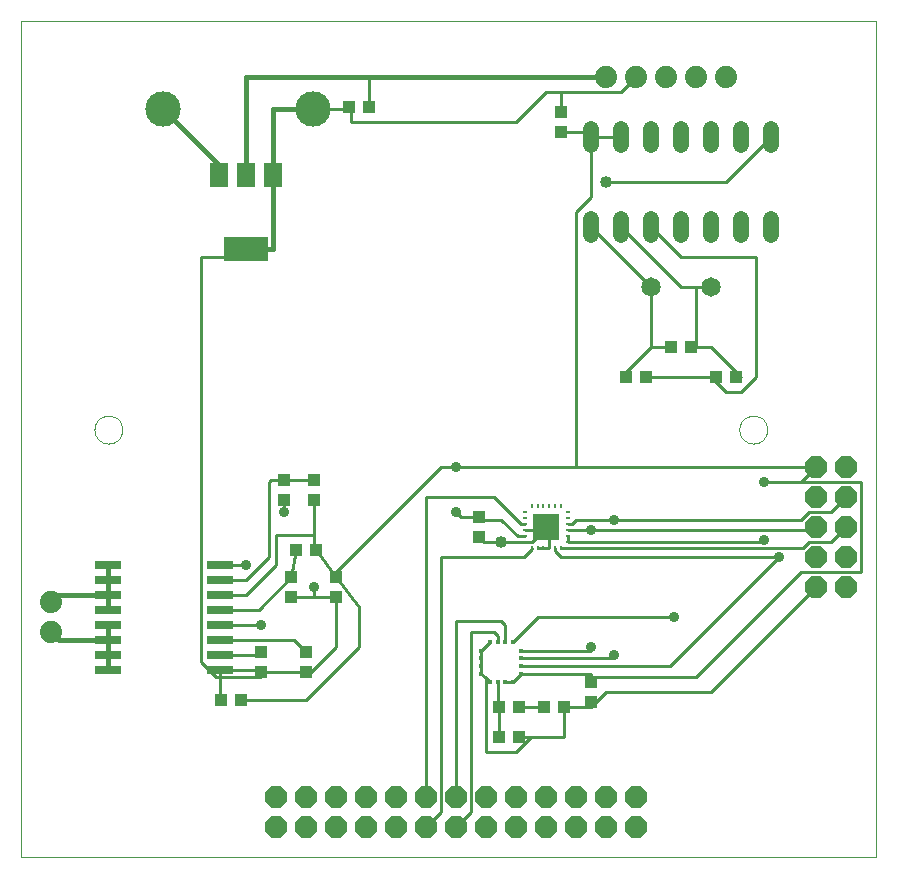
<source format=gtl>
G75*
G70*
%OFA0B0*%
%FSLAX24Y24*%
%IPPOS*%
%LPD*%
%AMOC8*
5,1,8,0,0,1.08239X$1,22.5*
%
%ADD10C,0.0000*%
%ADD11R,0.0886X0.0256*%
%ADD12R,0.0394X0.0433*%
%ADD13R,0.0433X0.0394*%
%ADD14R,0.0906X0.0906*%
%ADD15R,0.0098X0.0157*%
%ADD16R,0.0157X0.0098*%
%ADD17R,0.0118X0.0157*%
%ADD18R,0.0157X0.0118*%
%ADD19C,0.0520*%
%ADD20C,0.0650*%
%ADD21C,0.0740*%
%ADD22OC8,0.0740*%
%ADD23C,0.1181*%
%ADD24R,0.0590X0.0790*%
%ADD25R,0.1500X0.0790*%
%ADD26C,0.0160*%
%ADD27C,0.0100*%
%ADD28C,0.0357*%
%ADD29C,0.0400*%
%ADD30C,0.0120*%
D10*
X000100Y000100D02*
X000100Y027970D01*
X028592Y027970D01*
X028592Y000100D01*
X000100Y000100D01*
X002537Y014350D02*
X002539Y014393D01*
X002545Y014435D01*
X002555Y014477D01*
X002568Y014518D01*
X002586Y014557D01*
X002607Y014595D01*
X002631Y014630D01*
X002658Y014663D01*
X002689Y014694D01*
X002722Y014721D01*
X002757Y014745D01*
X002795Y014766D01*
X002834Y014784D01*
X002875Y014797D01*
X002917Y014807D01*
X002959Y014813D01*
X003002Y014815D01*
X003045Y014813D01*
X003087Y014807D01*
X003129Y014797D01*
X003170Y014784D01*
X003209Y014766D01*
X003247Y014745D01*
X003282Y014721D01*
X003315Y014694D01*
X003346Y014663D01*
X003373Y014630D01*
X003397Y014595D01*
X003418Y014557D01*
X003436Y014518D01*
X003449Y014477D01*
X003459Y014435D01*
X003465Y014393D01*
X003467Y014350D01*
X003465Y014307D01*
X003459Y014265D01*
X003449Y014223D01*
X003436Y014182D01*
X003418Y014143D01*
X003397Y014105D01*
X003373Y014070D01*
X003346Y014037D01*
X003315Y014006D01*
X003282Y013979D01*
X003247Y013955D01*
X003209Y013934D01*
X003170Y013916D01*
X003129Y013903D01*
X003087Y013893D01*
X003045Y013887D01*
X003002Y013885D01*
X002959Y013887D01*
X002917Y013893D01*
X002875Y013903D01*
X002834Y013916D01*
X002795Y013934D01*
X002757Y013955D01*
X002722Y013979D01*
X002689Y014006D01*
X002658Y014037D01*
X002631Y014070D01*
X002607Y014105D01*
X002586Y014143D01*
X002568Y014182D01*
X002555Y014223D01*
X002545Y014265D01*
X002539Y014307D01*
X002537Y014350D01*
X024033Y014350D02*
X024035Y014393D01*
X024041Y014435D01*
X024051Y014477D01*
X024064Y014518D01*
X024082Y014557D01*
X024103Y014595D01*
X024127Y014630D01*
X024154Y014663D01*
X024185Y014694D01*
X024218Y014721D01*
X024253Y014745D01*
X024291Y014766D01*
X024330Y014784D01*
X024371Y014797D01*
X024413Y014807D01*
X024455Y014813D01*
X024498Y014815D01*
X024541Y014813D01*
X024583Y014807D01*
X024625Y014797D01*
X024666Y014784D01*
X024705Y014766D01*
X024743Y014745D01*
X024778Y014721D01*
X024811Y014694D01*
X024842Y014663D01*
X024869Y014630D01*
X024893Y014595D01*
X024914Y014557D01*
X024932Y014518D01*
X024945Y014477D01*
X024955Y014435D01*
X024961Y014393D01*
X024963Y014350D01*
X024961Y014307D01*
X024955Y014265D01*
X024945Y014223D01*
X024932Y014182D01*
X024914Y014143D01*
X024893Y014105D01*
X024869Y014070D01*
X024842Y014037D01*
X024811Y014006D01*
X024778Y013979D01*
X024743Y013955D01*
X024705Y013934D01*
X024666Y013916D01*
X024625Y013903D01*
X024583Y013893D01*
X024541Y013887D01*
X024498Y013885D01*
X024455Y013887D01*
X024413Y013893D01*
X024371Y013903D01*
X024330Y013916D01*
X024291Y013934D01*
X024253Y013955D01*
X024218Y013979D01*
X024185Y014006D01*
X024154Y014037D01*
X024127Y014070D01*
X024103Y014105D01*
X024082Y014143D01*
X024064Y014182D01*
X024051Y014223D01*
X024041Y014265D01*
X024035Y014307D01*
X024033Y014350D01*
D11*
X006720Y009850D03*
X006720Y009350D03*
X006720Y008850D03*
X006720Y008350D03*
X006720Y007850D03*
X006720Y007350D03*
X006720Y006850D03*
X006720Y006350D03*
X002980Y006350D03*
X002980Y006850D03*
X002980Y007350D03*
X002980Y007850D03*
X002980Y008350D03*
X002980Y008850D03*
X002980Y009350D03*
X002980Y009850D03*
D12*
X008100Y006935D03*
X008100Y006265D03*
X009600Y006265D03*
X009600Y006935D03*
X009100Y008765D03*
X009100Y009435D03*
X010600Y009435D03*
X010600Y008765D03*
X009850Y012015D03*
X009850Y012685D03*
X008850Y012685D03*
X008850Y012015D03*
X015350Y011435D03*
X015350Y010765D03*
X019100Y005935D03*
X019100Y005265D03*
X021765Y017100D03*
X022435Y017100D03*
X018100Y024265D03*
X018100Y024935D03*
D13*
X011685Y025100D03*
X011015Y025100D03*
X020265Y016100D03*
X020935Y016100D03*
X023265Y016100D03*
X023935Y016100D03*
X018185Y005100D03*
X017515Y005100D03*
X016685Y005100D03*
X016015Y005100D03*
X016015Y004100D03*
X016685Y004100D03*
X009935Y010350D03*
X009265Y010350D03*
X007435Y005350D03*
X006765Y005350D03*
D14*
X017600Y011100D03*
D15*
X017502Y010391D03*
X017698Y010391D03*
X017895Y010391D03*
X018092Y010391D03*
X017305Y010391D03*
X017108Y010391D03*
X017108Y011809D03*
X017305Y011809D03*
X017502Y011809D03*
X017698Y011809D03*
X017895Y011809D03*
X018092Y011809D03*
D16*
X018309Y011592D03*
X018309Y011395D03*
X018309Y011198D03*
X018309Y011002D03*
X018309Y010805D03*
X018309Y010608D03*
X016891Y010608D03*
X016891Y010805D03*
X016891Y011002D03*
X016891Y011198D03*
X016891Y011395D03*
X016891Y011592D03*
D17*
X016484Y007269D03*
X016228Y007269D03*
X015972Y007269D03*
X015716Y007269D03*
X015716Y005931D03*
X015972Y005931D03*
X016228Y005931D03*
X016484Y005931D03*
D18*
X016769Y006216D03*
X016769Y006472D03*
X016769Y006728D03*
X016769Y006984D03*
X015431Y006984D03*
X015431Y006728D03*
X015431Y006472D03*
X015431Y006216D03*
D19*
X019100Y020840D02*
X019100Y021360D01*
X020100Y021360D02*
X020100Y020840D01*
X021100Y020840D02*
X021100Y021360D01*
X022100Y021360D02*
X022100Y020840D01*
X023100Y020840D02*
X023100Y021360D01*
X024100Y021360D02*
X024100Y020840D01*
X025100Y020840D02*
X025100Y021360D01*
X025100Y023840D02*
X025100Y024360D01*
X024100Y024360D02*
X024100Y023840D01*
X023100Y023840D02*
X023100Y024360D01*
X022100Y024360D02*
X022100Y023840D01*
X021100Y023840D02*
X021100Y024360D01*
X020100Y024360D02*
X020100Y023840D01*
X019100Y023840D02*
X019100Y024360D01*
D20*
X021100Y019100D03*
X023100Y019100D03*
D21*
X022600Y026100D03*
X021600Y026100D03*
X020600Y026100D03*
X019600Y026100D03*
X023600Y026100D03*
X001100Y008600D03*
X001100Y007600D03*
D22*
X008600Y002100D03*
X008600Y001100D03*
X009600Y001100D03*
X010600Y001100D03*
X010600Y002100D03*
X009600Y002100D03*
X011600Y002100D03*
X012600Y002100D03*
X012600Y001100D03*
X011600Y001100D03*
X013600Y001100D03*
X014600Y001100D03*
X014600Y002100D03*
X013600Y002100D03*
X015600Y002100D03*
X016600Y002100D03*
X016600Y001100D03*
X015600Y001100D03*
X017600Y001100D03*
X018600Y001100D03*
X018600Y002100D03*
X017600Y002100D03*
X019600Y002100D03*
X020600Y002100D03*
X020600Y001100D03*
X019600Y001100D03*
X026600Y009100D03*
X026600Y010100D03*
X026600Y011100D03*
X026600Y012100D03*
X026600Y013100D03*
X027600Y013100D03*
X027600Y012100D03*
X027600Y011100D03*
X027600Y010100D03*
X027600Y009100D03*
D23*
X009824Y025047D03*
X004824Y025047D03*
D24*
X006690Y022840D03*
X007590Y022840D03*
X008490Y022840D03*
D25*
X007600Y020360D03*
D26*
X008490Y020360D01*
X008490Y022840D01*
X008490Y025047D01*
X009824Y025047D01*
X011600Y026100D02*
X019600Y026100D01*
X011600Y026100D02*
X007590Y026100D01*
X007590Y022840D01*
X006690Y022840D02*
X006690Y023181D01*
X004824Y025047D01*
X002980Y009850D02*
X002980Y009350D01*
X002980Y008850D01*
X001350Y008850D01*
X001100Y008600D01*
X001100Y007600D02*
X001350Y007350D01*
X002980Y007350D01*
X002980Y006850D01*
X002980Y006350D01*
X002980Y007350D02*
X002980Y007850D01*
X002980Y008350D02*
X002980Y008850D01*
D27*
X006100Y006600D02*
X006100Y020100D01*
X007600Y020100D01*
X007600Y020360D01*
X011100Y024600D02*
X016600Y024600D01*
X017600Y025600D01*
X018100Y025600D01*
X018100Y024935D01*
X018100Y024265D02*
X018935Y024265D01*
X019100Y024100D01*
X019100Y022100D01*
X018600Y021600D01*
X018600Y013100D01*
X014600Y013100D01*
X014100Y013100D01*
X010600Y009600D01*
X010600Y009435D01*
X011350Y008435D01*
X011350Y007100D01*
X009600Y005350D01*
X007435Y005350D01*
X006765Y005350D02*
X006720Y005350D01*
X006720Y006350D01*
X008015Y006350D01*
X008100Y006265D01*
X008100Y006100D01*
X006600Y006100D01*
X006100Y006600D01*
X006720Y006850D02*
X008015Y006850D01*
X008100Y006935D01*
X008100Y006265D02*
X009600Y006265D01*
X009765Y006265D01*
X010600Y007100D01*
X010600Y008765D01*
X009850Y008765D01*
X009850Y009100D01*
X009850Y008765D02*
X009100Y008765D01*
X009100Y009435D02*
X009265Y010350D01*
X009850Y010435D02*
X009850Y010850D01*
X008600Y010850D01*
X008600Y009850D01*
X007600Y008850D01*
X006720Y008850D01*
X006720Y008350D02*
X008015Y008350D01*
X009100Y009435D01*
X008350Y010100D02*
X007600Y009350D01*
X006720Y009350D01*
X006720Y009850D02*
X007600Y009850D01*
X008350Y010100D02*
X008350Y012600D01*
X008435Y012685D01*
X008850Y012685D01*
X009850Y012685D01*
X009850Y012015D02*
X009850Y010850D01*
X009850Y010435D02*
X009935Y010350D01*
X010600Y009435D01*
X009185Y007350D02*
X009600Y006935D01*
X009185Y007350D02*
X006720Y007350D01*
X006720Y007850D02*
X008100Y007850D01*
X008850Y011600D02*
X008850Y012015D01*
X013600Y012100D02*
X015850Y012100D01*
X016752Y011198D01*
X016891Y011198D01*
X016891Y011002D02*
X017350Y011002D01*
X017350Y010850D01*
X017698Y010850D01*
X017698Y011002D01*
X017600Y011100D01*
X017698Y010850D02*
X017698Y010391D01*
X017502Y010391D01*
X017305Y010391D01*
X017108Y010391D02*
X017108Y010358D01*
X016850Y010100D01*
X014100Y010100D01*
X014100Y001600D01*
X013600Y001100D01*
X014600Y001100D02*
X015100Y001600D01*
X015100Y007600D01*
X015850Y007600D01*
X015972Y007478D01*
X015972Y007269D01*
X015716Y007269D02*
X015431Y006984D01*
X015431Y006728D01*
X015431Y006472D01*
X015431Y006216D01*
X015573Y006073D01*
X015600Y006100D01*
X015600Y003600D01*
X016600Y003600D01*
X017100Y004100D01*
X018185Y004100D01*
X018185Y005100D01*
X019100Y005100D01*
X019100Y005265D01*
X019100Y005100D02*
X019600Y005600D01*
X023100Y005600D01*
X026600Y009100D01*
X026100Y009600D02*
X028100Y009600D01*
X028100Y012600D01*
X026100Y012600D01*
X024850Y012600D01*
X026100Y012600D02*
X026600Y013100D01*
X018600Y013100D01*
X018600Y011350D02*
X019850Y011350D01*
X026100Y011350D01*
X026350Y011600D01*
X027100Y011600D01*
X027600Y012100D01*
X027600Y011100D02*
X027100Y010600D01*
X026350Y010600D01*
X026141Y010391D01*
X018092Y010391D01*
X017895Y010391D02*
X017895Y010305D01*
X018100Y010100D01*
X025350Y010100D01*
X021722Y006472D01*
X016769Y006472D01*
X016769Y006216D02*
X019100Y006216D01*
X019100Y006100D01*
X019100Y005935D01*
X019100Y006100D02*
X022600Y006100D01*
X026100Y009600D01*
X024842Y010608D02*
X018309Y010608D01*
X018309Y010805D01*
X018309Y011002D02*
X019100Y011002D01*
X026600Y011002D01*
X026600Y011100D01*
X024850Y010663D02*
X024842Y010608D01*
X021850Y008100D02*
X017315Y008100D01*
X016484Y007269D01*
X016228Y007269D02*
X016228Y007847D01*
X016100Y007975D01*
X014600Y007975D01*
X014600Y002100D01*
X013600Y002100D02*
X013600Y012100D01*
X014600Y011600D02*
X014765Y011435D01*
X015350Y011435D01*
X015435Y011350D01*
X016100Y011350D01*
X016645Y010805D01*
X016891Y010805D01*
X016891Y010608D02*
X016100Y010608D01*
X016100Y010600D01*
X016100Y010608D02*
X015507Y010608D01*
X015350Y010765D01*
X016891Y010608D02*
X017108Y010608D01*
X017350Y010850D01*
X018309Y011198D02*
X018448Y011198D01*
X018600Y011350D01*
X019100Y007100D02*
X019100Y006984D01*
X016769Y006984D01*
X016769Y006728D02*
X019850Y006728D01*
X019850Y006850D01*
X017515Y005100D02*
X016685Y005100D01*
X016015Y005100D02*
X016015Y004100D01*
X016685Y004100D02*
X017100Y004100D01*
X015972Y005143D02*
X015972Y005931D01*
X015716Y005931D02*
X015573Y006073D01*
X016228Y005931D02*
X016484Y005931D01*
X016769Y006216D01*
X023600Y015600D02*
X024100Y015600D01*
X024600Y016100D01*
X024600Y020100D01*
X022100Y020100D01*
X021100Y021100D01*
X020100Y021100D02*
X022100Y019100D01*
X022600Y019100D01*
X023100Y019100D01*
X022600Y019100D02*
X022600Y017100D01*
X022435Y017100D01*
X022600Y017100D02*
X023100Y017100D01*
X024100Y016100D01*
X023935Y016100D01*
X023600Y015600D02*
X023100Y016100D01*
X023265Y016100D01*
X023100Y016100D02*
X020935Y016100D01*
X020265Y016100D02*
X020100Y016100D01*
X021100Y017100D01*
X021100Y019100D01*
X019100Y021100D01*
X019600Y022600D02*
X023600Y022600D01*
X025100Y024100D01*
X020600Y026100D02*
X020100Y025600D01*
X018100Y025600D01*
X019100Y024100D02*
X020100Y024100D01*
X021100Y017100D02*
X021765Y017100D01*
X011685Y025100D02*
X011685Y026100D01*
X011600Y026100D01*
X011100Y025100D02*
X011015Y025100D01*
X011015Y025047D01*
X009824Y025047D01*
X011100Y025100D02*
X011100Y024600D01*
D28*
X014600Y013100D03*
X014600Y011600D03*
X014600Y011600D03*
X019100Y011002D03*
X019850Y011350D03*
X021850Y008100D03*
X019850Y006850D03*
X019100Y007100D03*
X024850Y010663D03*
X025350Y010100D03*
X024850Y012600D03*
X009850Y009100D03*
X009850Y009100D03*
X008100Y007850D03*
X007600Y009850D03*
X008850Y011600D03*
D29*
X016100Y010600D03*
X019600Y022600D03*
D30*
X015972Y005143D02*
X016015Y005100D01*
M02*

</source>
